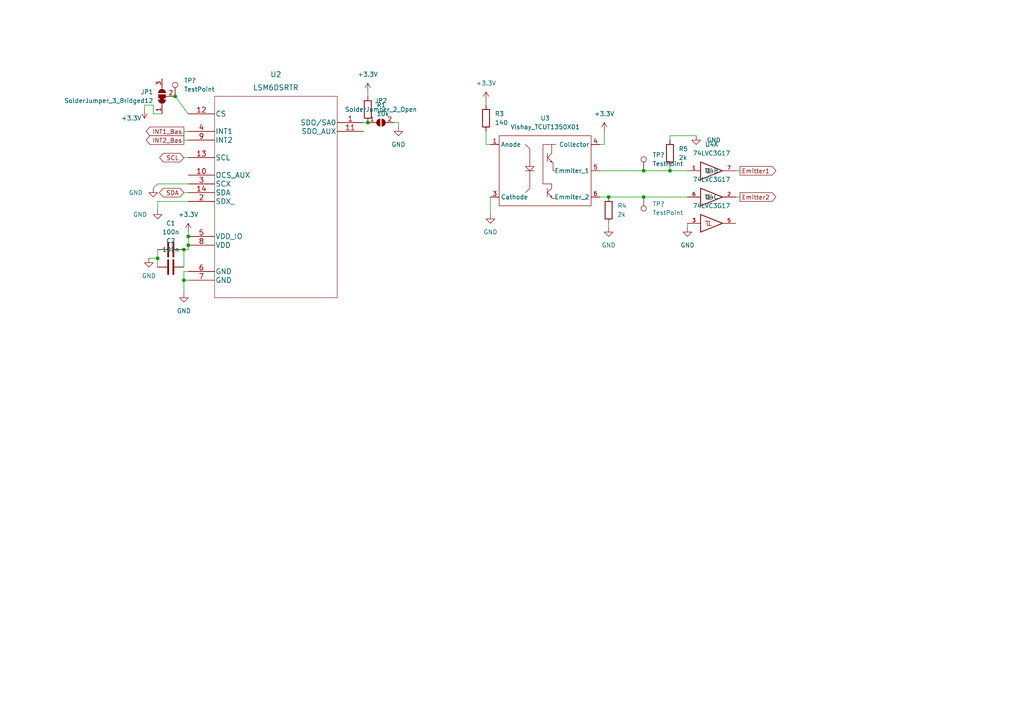
<source format=kicad_sch>
(kicad_sch (version 20211123) (generator eeschema)
  (paper "A4")
  (lib_symbols
    (symbol "2022-12-24_18-31-24:LSM6DSRTR" (pin_names (offset 0.254))
      (property "Reference" "U" (at 25.4 10.16 0))
      (property "Value" "LSM6DSRTR" (at 25.4 7.62 0))
      (symbol "LSM6DSRTR_1_1"
        (polyline (pts (xy 7.62 -53.34) (xy 43.18 -53.34)) (stroke (width 0.127)))
        (polyline (pts (xy 7.62 5.08) (xy 7.62 -53.34)) (stroke (width 0.127)))
        (polyline (pts (xy 43.18 -53.34) (xy 43.18 5.08)) (stroke (width 0.127)))
        (polyline (pts (xy 43.18 5.08) (xy 7.62 5.08)) (stroke (width 0.127)))
        (pin bidirectional line (at 50.8 -2.54 180) (length 7.62) (name "SDO/SA0") (number "1"))
        (pin bidirectional line (at 0 -17.78 0) (length 7.62) (name "OCS_AUX") (number "10"))
        (pin bidirectional line (at 50.8 -5.08 180) (length 7.62) (name "SDO_AUX") (number "11"))
        (pin input line (at 0 0 0) (length 7.62) (name "CS") (number "12"))
        (pin input line (at 0 -12.7 0) (length 7.62) (name "SCL") (number "13"))
        (pin bidirectional line (at 0 -22.86 0) (length 7.62) (name "SDA") (number "14"))
        (pin bidirectional line (at 0 -25.4 0) (length 7.62) (name "SDX_") (number "2"))
        (pin bidirectional line (at 0 -20.32 0) (length 7.62) (name "SCX") (number "3"))
        (pin output line (at 0 -5.08 0) (length 7.62) (name "INT1") (number "4"))
        (pin power_in line (at 0 -35.56 0) (length 7.62) (name "VDD_IO") (number "5"))
        (pin power_in line (at 0 -45.72 0) (length 7.62) (name "GND") (number "6"))
        (pin power_in line (at 0 -48.26 0) (length 7.62) (name "GND") (number "7"))
        (pin power_in line (at 0 -38.1 0) (length 7.62) (name "VDD") (number "8"))
        (pin output line (at 0 -7.62 0) (length 7.62) (name "INT2") (number "9"))
      )
    )
    (symbol "74xGxx:74LVC3G17" (pin_names (offset 1.016))
      (property "Reference" "U" (at -2.54 3.81 0))
      (property "Value" "74LVC3G17" (at 0 -3.81 0))
      (symbol "74LVC3G17_0_1"
        (polyline (pts (xy -1.905 0.635) (xy -1.27 0.635) (xy -1.27 -0.635)))
        (polyline (pts (xy -3.81 2.54) (xy -3.81 -2.54) (xy 2.54 0) (xy -3.81 2.54)) (stroke (width 0.254)))
        (polyline (pts (xy -2.54 0.635) (xy -1.905 0.635) (xy -1.905 -0.635) (xy -0.635 -0.635)))
        (pin power_in line (at 0 -2.54 270) (length 0) hide (name "GND") (number "4"))
        (pin power_in line (at 0 2.54 90) (length 0) hide (name "VCC") (number "8"))
      )
      (symbol "74LVC3G17_1_1"
        (pin input line (at -7.62 0 0) (length 3.81) (name "~") (number "1"))
        (pin output line (at 6.35 0 180) (length 3.81) (name "~") (number "7"))
      )
      (symbol "74LVC3G17_2_1"
        (pin output line (at 6.35 0 180) (length 3.81) (name "~") (number "2"))
        (pin input line (at -7.62 0 0) (length 3.81) (name "~") (number "6"))
      )
      (symbol "74LVC3G17_3_1"
        (pin input line (at -7.62 0 0) (length 3.81) (name "~") (number "3"))
        (pin output line (at 6.35 0 180) (length 3.81) (name "~") (number "5"))
      )
    )
    (symbol "Connector:TestPoint" (pin_numbers hide) (pin_names (offset 0.762) hide)
      (property "Reference" "TP" (at 0 6.858 0))
      (property "Value" "TestPoint" (at 0 5.08 0))
      (symbol "TestPoint_0_1"
        (circle (center 0 3.302) (radius 0.762))
      )
      (symbol "TestPoint_1_1"
        (pin passive line (at 0 0 90) (length 2.54) (name "1") (number "1"))
      )
    )
    (symbol "Device:C" (pin_numbers hide) (pin_names (offset 0.254))
      (property "Reference" "C" (at 0.635 2.54 0))
      (property "Value" "C" (at 0.635 -2.54 0))
      (symbol "C_0_1"
        (polyline (pts (xy -2.032 -0.762) (xy 2.032 -0.762)) (stroke (width 0.508)))
        (polyline (pts (xy -2.032 0.762) (xy 2.032 0.762)) (stroke (width 0.508)))
      )
      (symbol "C_1_1"
        (pin passive line (at 0 3.81 270) (length 2.794) (name "~") (number "1"))
        (pin passive line (at 0 -3.81 90) (length 2.794) (name "~") (number "2"))
      )
    )
    (symbol "Device:R" (pin_numbers hide) (pin_names (offset 0))
      (property "Reference" "R" (at 2.032 0 90))
      (property "Value" "R" (at 0 0 90))
      (symbol "R_0_1"
        (rectangle (start -1.016 -2.54) (end 1.016 2.54) (stroke (width 0.254)))
      )
      (symbol "R_1_1"
        (pin passive line (at 0 3.81 270) (length 1.27) (name "~") (number "1"))
        (pin passive line (at 0 -3.81 90) (length 1.27) (name "~") (number "2"))
      )
    )
    (symbol "Jumper:SolderJumper_2_Open" (pin_names (offset 0) hide)
      (property "Reference" "JP" (at 0 2.032 0))
      (property "Value" "SolderJumper_2_Open" (at 0 -2.54 0))
      (symbol "SolderJumper_2_Open_0_1"
        (arc (start -0.254 1.016) (mid -1.27 0) (end -0.254 -1.016))
        (arc (start -0.254 1.016) (mid -1.27 0) (end -0.254 -1.016) (fill (type outline)))
        (polyline (pts (xy -0.254 1.016) (xy -0.254 -1.016)))
        (polyline (pts (xy 0.254 1.016) (xy 0.254 -1.016)))
        (arc (start 0.254 -1.016) (mid 1.27 0) (end 0.254 1.016))
        (arc (start 0.254 -1.016) (mid 1.27 0) (end 0.254 1.016) (fill (type outline)))
      )
      (symbol "SolderJumper_2_Open_1_1"
        (pin passive line (at -3.81 0 0) (length 2.54) (name "A") (number "1"))
        (pin passive line (at 3.81 0 180) (length 2.54) (name "B") (number "2"))
      )
    )
    (symbol "Jumper:SolderJumper_3_Bridged12" (pin_names (offset 0) hide)
      (property "Reference" "JP" (at -2.54 -2.54 0))
      (property "Value" "SolderJumper_3_Bridged12" (at 0 2.794 0))
      (symbol "SolderJumper_3_Bridged12_0_1"
        (rectangle (start -1.016 0.508) (end -0.508 -0.508) (fill (type outline)))
        (arc (start -1.016 1.016) (mid -2.032 0) (end -1.016 -1.016))
        (arc (start -1.016 1.016) (mid -2.032 0) (end -1.016 -1.016) (fill (type outline)))
        (rectangle (start -0.508 1.016) (end 0.508 -1.016) (fill (type outline)))
        (polyline (pts (xy -2.54 0) (xy -2.032 0)))
        (polyline (pts (xy -1.016 1.016) (xy -1.016 -1.016)))
        (polyline (pts (xy 0 -1.27) (xy 0 -1.016)))
        (polyline (pts (xy 1.016 1.016) (xy 1.016 -1.016)))
        (polyline (pts (xy 2.54 0) (xy 2.032 0)))
        (arc (start 1.016 -1.016) (mid 2.032 0) (end 1.016 1.016))
        (arc (start 1.016 -1.016) (mid 2.032 0) (end 1.016 1.016) (fill (type outline)))
      )
      (symbol "SolderJumper_3_Bridged12_1_1"
        (pin passive line (at -5.08 0 0) (length 2.54) (name "A") (number "1"))
        (pin passive line (at 0 -3.81 90) (length 2.54) (name "C") (number "2"))
        (pin passive line (at 5.08 0 180) (length 2.54) (name "B") (number "3"))
      )
    )
    (symbol "Library:Vishay_TCUT1350X01"
      (property "Reference" "U" (at -6.35 -7.62 0))
      (property "Value" "Vishay_TCUT1350X01" (at 3.429 12.319 0))
      (symbol "Vishay_TCUT1350X01_0_1"
        (rectangle (start -10.16 10.16) (end 16.51 -10.16))
        (rectangle (start -2.54 -1.27) (end -2.54 -1.27))
        (polyline (pts (xy -2.54 0) (xy 0 0)))
        (polyline (pts (xy -2.54 7.62) (xy -1.27 6.35)))
        (polyline (pts (xy -1.27 6.35) (xy -1.27 1.27)))
        (polyline (pts (xy 3.81 -5.08) (xy 3.81 -7.493)))
        (polyline (pts (xy 3.81 5.08) (xy 3.81 2.667)))
        (polyline (pts (xy 4.572 -7.493) (xy 5.08 -7.62)))
        (polyline (pts (xy 4.572 2.667) (xy 5.08 2.54)))
        (polyline (pts (xy 5.08 -7.239) (xy 5.08 -7.62)))
        (polyline (pts (xy 5.08 -5.08) (xy 5.08 -3.81)))
        (polyline (pts (xy 5.08 2.413) (xy 5.08 2.54)))
        (polyline (pts (xy 5.08 2.921) (xy 5.08 2.54)))
        (polyline (pts (xy 5.461 0) (xy 5.969 0)))
        (polyline (pts (xy 6.35 7.62) (xy 3.81 7.62)))
        (polyline (pts (xy -1.27 0) (xy -1.27 -5.08) (xy -2.54 -6.35)))
        (polyline (pts (xy 5.08 -7.62) (xy 5.08 -8.001) (xy 6.096 -8.001)))
        (polyline (pts (xy 5.08 -5.08) (xy 3.81 -6.35) (xy 5.08 -7.62)))
        (polyline (pts (xy 5.08 2.413) (xy 5.461 2.413) (xy 5.461 0)))
        (polyline (pts (xy -2.54 1.27) (xy 0 1.27) (xy -1.27 0) (xy -2.54 1.27)))
        (polyline (pts (xy 3.81 7.62) (xy 2.54 7.62) (xy 2.54 -3.81) (xy 5.08 -3.81)))
        (polyline (pts (xy 5.08 7.62) (xy 5.08 5.08) (xy 3.937 3.81) (xy 5.08 2.54)))
      )
      (symbol "Vishay_TCUT1350X01_1_1"
        (pin power_in line (at -12.7 7.62 0) (length 2.54) (name "Anode") (number "1"))
        (pin power_out line (at -12.7 -7.62 0) (length 2.54) (name "Cathode") (number "3"))
        (pin open_collector line (at 19.05 7.62 180) (length 2.54) (name "Collector") (number "4"))
        (pin output line (at 19.05 0 180) (length 2.54) (name "Emmiter_1") (number "5"))
        (pin output line (at 19.05 -7.62 180) (length 2.54) (name "Emmiter_2") (number "6"))
      )
    )
    (symbol "power:+3.3V" (power) (pin_names (offset 0))
      (property "Value" "+3.3V" (at 0 3.556 0))
      (symbol "+3.3V_0_1"
        (polyline (pts (xy -0.762 1.27) (xy 0 2.54)))
        (polyline (pts (xy 0 0) (xy 0 2.54)))
        (polyline (pts (xy 0 2.54) (xy 0.762 1.27)))
      )
      (symbol "+3.3V_1_1"
        (pin power_in line (at 0 0 90) (length 0) hide (name "+3.3V") (number "1"))
      )
    )
    (symbol "power:GND" (power) (pin_names (offset 0))
      (property "Value" "GND" (at 0 -3.81 0))
      (symbol "GND_0_1"
        (polyline (pts (xy 0 0) (xy 0 -1.27) (xy 1.27 -1.27) (xy 0 -2.54) (xy -1.27 -1.27) (xy 0 -1.27)))
      )
      (symbol "GND_1_1"
        (pin power_in line (at 0 0 270) (length 0) hide (name "GND") (number "1"))
      )
    )
  )
  (junction (at 194.31 49.53))
  (junction (at 176.53 57.15))
  (junction (at 50.8 27.94))
  (junction (at 186.69 57.15))
  (junction (at 54.61 68.58))
  (junction (at 186.69 49.53))
  (junction (at 53.34 81.28))
  (junction (at 106.68 35.56))
  (junction (at 54.61 71.12))
  (junction (at 53.34 72.39))
  (junction (at 45.72 74.93))
  (wire (pts (xy 140.97 38.1) (xy 140.97 41.91)))
  (wire (pts (xy 194.31 39.37) (xy 201.93 39.37)))
  (wire (pts (xy 44.45 30.48) (xy 44.45 33.02)))
  (wire (pts (xy 50.8 27.94) (xy 54.61 33.02)))
  (wire (pts (xy 175.26 38.1) (xy 175.26 41.91)))
  (wire (pts (xy 186.69 57.15) (xy 199.39 57.15)))
  (wire (pts (xy 41.91 30.48) (xy 41.91 31.75)))
  (wire (pts (xy 194.31 39.37) (xy 194.31 40.64)))
  (wire (pts (xy 194.31 49.53) (xy 199.39 49.53)))
  (wire (pts (xy 53.34 81.28) (xy 54.61 81.28)))
  (wire (pts (xy 176.53 57.15) (xy 186.69 57.15)))
  (wire (pts (xy 173.99 41.91) (xy 175.26 41.91)))
  (wire (pts (xy 45.72 58.42) (xy 54.61 58.42)))
  (wire (pts (xy 45.72 72.39) (xy 45.72 74.93)))
  (wire (pts (xy 199.39 64.77) (xy 199.39 66.04)))
  (wire (pts (xy 43.18 74.93) (xy 45.72 74.93)))
  (wire (pts (xy 53.34 40.64) (xy 54.61 40.64)))
  (wire (pts (xy 140.97 29.21) (xy 140.97 30.48)))
  (wire (pts (xy 173.99 49.53) (xy 186.69 49.53)))
  (wire (pts (xy 105.41 35.56) (xy 106.68 35.56)))
  (wire (pts (xy 115.57 35.56) (xy 115.57 36.83)))
  (wire (pts (xy 53.34 45.72) (xy 54.61 45.72)))
  (wire (pts (xy 54.61 68.58) (xy 54.61 71.12)))
  (wire (pts (xy 54.61 71.12) (xy 54.61 72.39)))
  (wire (pts (xy 106.68 26.67) (xy 106.68 27.94)))
  (wire (pts (xy 53.34 78.74) (xy 54.61 78.74)))
  (wire (pts (xy 186.69 49.53) (xy 194.31 49.53)))
  (wire (pts (xy 114.3 35.56) (xy 115.57 35.56)))
  (wire (pts (xy 173.99 57.15) (xy 176.53 57.15)))
  (wire (pts (xy 45.72 74.93) (xy 45.72 77.47)))
  (wire (pts (xy 213.36 49.53) (xy 214.63 49.53)))
  (wire (pts (xy 53.34 55.88) (xy 54.61 55.88)))
  (wire (pts (xy 44.45 33.02) (xy 46.99 33.02)))
  (wire (pts (xy 140.97 41.91) (xy 142.24 41.91)))
  (wire (pts (xy 53.34 72.39) (xy 53.34 77.47)))
  (wire (pts (xy 53.34 72.39) (xy 54.61 72.39)))
  (wire (pts (xy 45.72 60.96) (xy 45.72 58.42)))
  (wire (pts (xy 41.91 30.48) (xy 44.45 30.48)))
  (wire (pts (xy 176.53 64.77) (xy 176.53 66.04)))
  (wire (pts (xy 45.72 53.34) (xy 44.45 54.61)))
  (wire (pts (xy 54.61 53.34) (xy 45.72 53.34)))
  (wire (pts (xy 53.34 38.1) (xy 54.61 38.1)))
  (wire (pts (xy 194.31 48.26) (xy 194.31 49.53)))
  (wire (pts (xy 53.34 85.09) (xy 53.34 81.28)))
  (wire (pts (xy 142.24 57.15) (xy 142.24 62.23)))
  (wire (pts (xy 53.34 81.28) (xy 53.34 78.74)))
  (wire (pts (xy 54.61 67.31) (xy 54.61 68.58)))
  (wire (pts (xy 213.36 57.15) (xy 214.63 57.15)))
  (global_label "Emitter1" (shape output) (at 214.63 49.53 0) (property "Intersheet References" "${INTERSHEET_REFS}" (effects hide)))
  (global_label "INT2_Bas" (shape output) (at 53.34 40.64 180) (property "Intersheet References" "${INTERSHEET_REFS}" (effects hide)))
  (global_label "Emitter2" (shape output) (at 214.63 57.15 0) (property "Intersheet References" "${INTERSHEET_REFS}" (effects hide)))
  (global_label "SDA" (shape bidirectional) (at 53.34 55.88 180) (property "Intersheet References" "${INTERSHEET_REFS}" (effects hide)))
  (global_label "INT1_Bas" (shape output) (at 53.34 38.1 180) (property "Intersheet References" "${INTERSHEET_REFS}" (effects hide)))
  (global_label "SCL" (shape bidirectional) (at 53.34 45.72 180) (property "Intersheet References" "${INTERSHEET_REFS}" (effects hide)))
  (symbol (lib_id "power:GND") (at 53.34 85.09 0) (unit 1)
    (property "Reference" "#PWR016" (effects hide))
    (property "Value" "GND" (at 53.34 90.17 0))
  )
  (symbol (lib_id "power:+3.3V") (at 140.97 29.21 0) (unit 1)
    (property "Reference" "#PWR030" (effects hide))
    (property "Value" "+3.3V" (at 140.97 24.13 0))
  )
  (symbol (lib_id "power:+3.3V") (at 175.26 38.1 0) (unit 1)
    (property "Reference" "#PWR032" (effects hide))
    (property "Value" "+3.3V" (at 175.26 33.02 0))
  )
  (symbol (lib_id "power:GND") (at 199.39 66.04 0) (unit 1)
    (property "Reference" "#PWR034" (effects hide))
    (property "Value" "GND" (at 199.39 71.12 0))
  )
  (symbol (lib_id "Device:R") (at 106.68 31.75 0) (unit 1)
    (property "Reference" "R1" (at 109.22 30.4799 0) (effects (justify left)))
    (property "Value" "10k" (at 109.22 33.0199 0) (effects (justify left)))
  )
  (symbol (lib_id "power:GND") (at 44.45 54.61 0) (unit 1)
    (property "Reference" "#PWR014" (effects hide))
    (property "Value" "GND" (at 39.37 55.88 0))
  )
  (symbol (lib_id "Connector:TestPoint") (at 186.69 57.15 180) (unit 1)
    (property "Reference" "TP?" (at 189.23 59.1819 0) (effects (justify right)))
    (property "Value" "TestPoint" (at 189.23 61.7219 0) (effects (justify right)))
  )
  (symbol (lib_id "Device:C") (at 49.53 72.39 270) (unit 1)
    (property "Reference" "C1" (at 49.53 64.77 90))
    (property "Value" "100n" (at 49.53 67.31 90))
  )
  (symbol (lib_id "Library:Vishay_TCUT1350X01") (at 154.94 49.53 0) (unit 1)
    (property "Reference" "U3" (at 158.115 34.29 0))
    (property "Value" "Vishay_TCUT1350X01" (at 158.115 36.83 0))
    (property "Footprint" "Library:Vishay TCUT1350X01" (effects hide))
  )
  (symbol (lib_id "Device:R") (at 176.53 60.96 0) (unit 1)
    (property "Reference" "R4" (at 179.07 59.6899 0) (effects (justify left)))
    (property "Value" "2k" (at 179.07 62.2299 0) (effects (justify left)))
  )
  (symbol (lib_id "power:+3.3V") (at 54.61 67.31 0) (unit 1)
    (property "Reference" "#PWR017" (effects hide))
    (property "Value" "+3.3V" (at 54.61 62.23 0))
  )
  (symbol (lib_id "2022-12-24_18-31-24:LSM6DSRTR") (at 54.61 33.02 0) (unit 1)
    (property "Reference" "U2" (at 80.01 21.59 0) (effects (font (size 1.524 1.524))))
    (property "Value" "LSM6DSRTR" (at 80.01 25.4 0) (effects (font (size 1.524 1.524))))
    (property "Footprint" "Library:LGA-14_2.5X3X0.86_" (effects hide))
  )
  (symbol (lib_id "power:+3.3V") (at 41.91 31.75 180) (unit 1)
    (property "Reference" "#PWR06" (effects hide))
    (property "Value" "+3.3V" (at 38.1 34.29 0))
  )
  (symbol (lib_id "power:+3.3V") (at 106.68 26.67 0) (unit 1)
    (property "Reference" "#PWR018" (effects hide))
    (property "Value" "+3.3V" (at 106.68 21.59 0))
  )
  (symbol (lib_id "74xGxx:74LVC3G17") (at 207.01 57.15 0) (unit 2)
    (property "Reference" "U4" (at 206.375 49.53 0))
    (property "Value" "74LVC3G17" (at 206.375 52.07 0))
    (property "Datasheet" "http://www.ti.com/lit/sg/scyt129e/scyt129e.pdf" (effects hide))
  )
  (symbol (lib_id "Jumper:SolderJumper_3_Bridged12") (at 46.99 27.94 90) (unit 1)
    (property "Reference" "JP1" (at 44.45 26.6699 90) (effects (justify left)))
    (property "Value" "SolderJumper_3_Bridged12" (at 44.45 29.2099 90) (effects (justify left)))
  )
  (symbol (lib_id "power:GND") (at 115.57 36.83 0) (unit 1)
    (property "Reference" "#PWR019" (effects hide))
    (property "Value" "GND" (at 115.57 41.91 0))
  )
  (symbol (lib_id "power:GND") (at 43.18 74.93 0) (unit 1)
    (property "Reference" "#PWR013" (effects hide))
    (property "Value" "GND" (at 43.18 80.01 0))
  )
  (symbol (lib_id "power:GND") (at 142.24 62.23 0) (unit 1)
    (property "Reference" "#PWR031" (effects hide))
    (property "Value" "GND" (at 142.24 67.31 0))
  )
  (symbol (lib_id "power:GND") (at 201.93 39.37 0) (unit 1)
    (property "Reference" "#PWR035" (effects hide))
    (property "Value" "GND" (at 207.01 40.64 0))
  )
  (symbol (lib_id "Connector:TestPoint") (at 186.69 49.53 0) (unit 1)
    (property "Reference" "TP?" (at 189.23 44.9579 0) (effects (justify left)))
    (property "Value" "TestPoint" (at 189.23 47.4979 0) (effects (justify left)))
  )
  (symbol (lib_id "Device:R") (at 140.97 34.29 0) (unit 1)
    (property "Reference" "R3" (at 143.51 33.0199 0) (effects (justify left)))
    (property "Value" "140" (at 143.51 35.5599 0) (effects (justify left)))
  )
  (symbol (lib_id "74xGxx:74LVC3G17") (at 207.01 49.53 0) (unit 1)
    (property "Reference" "U4" (at 206.375 41.91 0))
    (property "Value" "74LVC3G17" (at 206.375 44.45 0))
    (property "Footprint" "Package_SO:VSSOP-8_2.3x2mm_P0.5mm" (effects hide))
    (property "Datasheet" "http://www.ti.com/lit/sg/scyt129e/scyt129e.pdf" (effects hide))
  )
  (symbol (lib_id "power:GND") (at 45.72 60.96 0) (unit 1)
    (property "Reference" "#PWR015" (effects hide))
    (property "Value" "GND" (at 40.64 62.23 0))
  )
  (symbol (lib_id "Device:R") (at 194.31 44.45 180) (unit 1)
    (property "Reference" "R5" (at 196.85 43.1799 0) (effects (justify right)))
    (property "Value" "2k" (at 196.85 45.7199 0) (effects (justify right)))
  )
  (symbol (lib_id "power:GND") (at 176.53 66.04 0) (unit 1)
    (property "Reference" "#PWR033" (effects hide))
    (property "Value" "GND" (at 176.53 71.12 0))
  )
  (symbol (lib_id "74xGxx:74LVC3G17") (at 207.01 64.77 0) (unit 3)
    (property "Reference" "U4" (at 206.375 57.15 0))
    (property "Value" "74LVC3G17" (at 206.375 59.69 0))
    (property "Datasheet" "http://www.ti.com/lit/sg/scyt129e/scyt129e.pdf" (effects hide))
  )
  (symbol (lib_id "Device:C") (at 49.53 77.47 270) (unit 1)
    (property "Reference" "C2" (at 49.53 69.85 90))
    (property "Value" "100n" (at 49.53 72.39 90))
  )
  (symbol (lib_id "Jumper:SolderJumper_2_Open") (at 110.49 35.56 0) (unit 1)
    (property "Reference" "JP2" (at 110.49 29.21 0))
    (property "Value" "SolderJumper_2_Open" (at 110.49 31.75 0))
  )
  (symbol (lib_id "Connector:TestPoint") (at 50.8 27.94 0) (unit 1)
    (property "Reference" "TP?" (at 53.34 23.3679 0) (effects (justify left)))
    (property "Value" "TestPoint" (at 53.34 25.9079 0) (effects (justify left)))
  )
)
</source>
